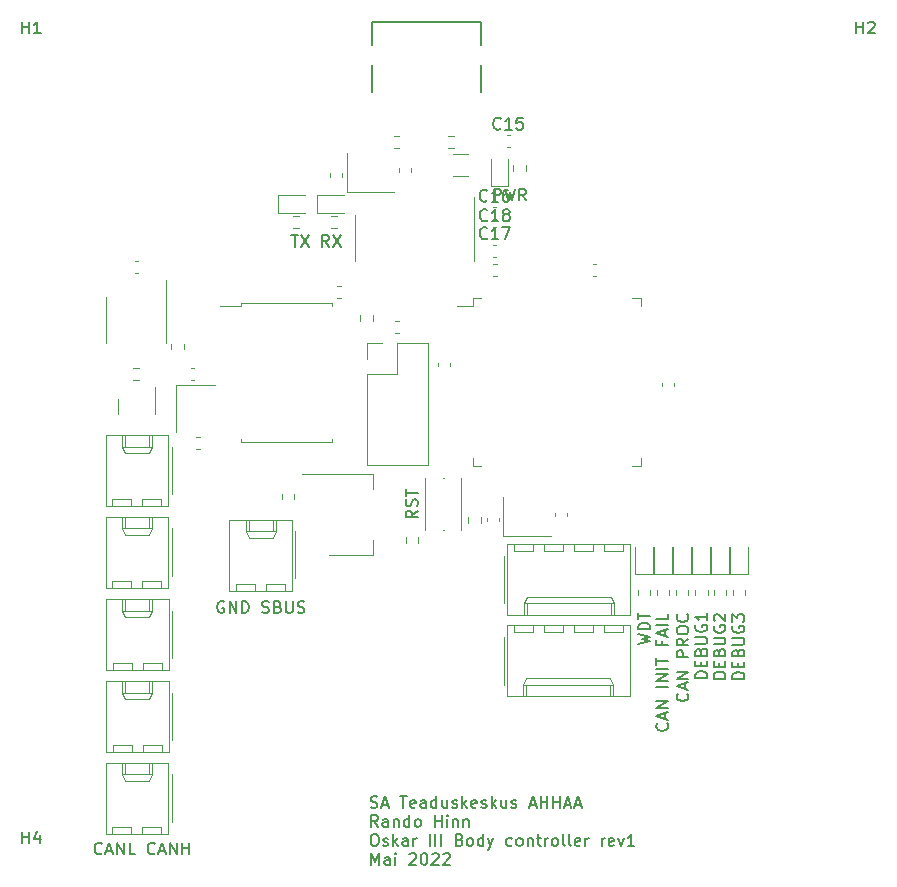
<source format=gbr>
%TF.GenerationSoftware,KiCad,Pcbnew,6.0.4-6f826c9f35~116~ubuntu20.04.1*%
%TF.CreationDate,2022-05-19T11:10:30+03:00*%
%TF.ProjectId,oskar_body_rev1,6f736b61-725f-4626-9f64-795f72657631,rev?*%
%TF.SameCoordinates,Original*%
%TF.FileFunction,Legend,Top*%
%TF.FilePolarity,Positive*%
%FSLAX46Y46*%
G04 Gerber Fmt 4.6, Leading zero omitted, Abs format (unit mm)*
G04 Created by KiCad (PCBNEW 6.0.4-6f826c9f35~116~ubuntu20.04.1) date 2022-05-19 11:10:30*
%MOMM*%
%LPD*%
G01*
G04 APERTURE LIST*
%ADD10C,0.150000*%
%ADD11C,0.120000*%
G04 APERTURE END LIST*
D10*
X97591952Y-81415000D02*
X97496714Y-81367380D01*
X97353857Y-81367380D01*
X97211000Y-81415000D01*
X97115761Y-81510238D01*
X97068142Y-81605476D01*
X97020523Y-81795952D01*
X97020523Y-81938809D01*
X97068142Y-82129285D01*
X97115761Y-82224523D01*
X97211000Y-82319761D01*
X97353857Y-82367380D01*
X97449095Y-82367380D01*
X97591952Y-82319761D01*
X97639571Y-82272142D01*
X97639571Y-81938809D01*
X97449095Y-81938809D01*
X98068142Y-82367380D02*
X98068142Y-81367380D01*
X98639571Y-82367380D01*
X98639571Y-81367380D01*
X99115761Y-82367380D02*
X99115761Y-81367380D01*
X99353857Y-81367380D01*
X99496714Y-81415000D01*
X99591952Y-81510238D01*
X99639571Y-81605476D01*
X99687190Y-81795952D01*
X99687190Y-81938809D01*
X99639571Y-82129285D01*
X99591952Y-82224523D01*
X99496714Y-82319761D01*
X99353857Y-82367380D01*
X99115761Y-82367380D01*
X100830047Y-82319761D02*
X100972904Y-82367380D01*
X101211000Y-82367380D01*
X101306238Y-82319761D01*
X101353857Y-82272142D01*
X101401476Y-82176904D01*
X101401476Y-82081666D01*
X101353857Y-81986428D01*
X101306238Y-81938809D01*
X101211000Y-81891190D01*
X101020523Y-81843571D01*
X100925285Y-81795952D01*
X100877666Y-81748333D01*
X100830047Y-81653095D01*
X100830047Y-81557857D01*
X100877666Y-81462619D01*
X100925285Y-81415000D01*
X101020523Y-81367380D01*
X101258619Y-81367380D01*
X101401476Y-81415000D01*
X102163380Y-81843571D02*
X102306238Y-81891190D01*
X102353857Y-81938809D01*
X102401476Y-82034047D01*
X102401476Y-82176904D01*
X102353857Y-82272142D01*
X102306238Y-82319761D01*
X102211000Y-82367380D01*
X101830047Y-82367380D01*
X101830047Y-81367380D01*
X102163380Y-81367380D01*
X102258619Y-81415000D01*
X102306238Y-81462619D01*
X102353857Y-81557857D01*
X102353857Y-81653095D01*
X102306238Y-81748333D01*
X102258619Y-81795952D01*
X102163380Y-81843571D01*
X101830047Y-81843571D01*
X102830047Y-81367380D02*
X102830047Y-82176904D01*
X102877666Y-82272142D01*
X102925285Y-82319761D01*
X103020523Y-82367380D01*
X103211000Y-82367380D01*
X103306238Y-82319761D01*
X103353857Y-82272142D01*
X103401476Y-82176904D01*
X103401476Y-81367380D01*
X103830047Y-82319761D02*
X103972904Y-82367380D01*
X104211000Y-82367380D01*
X104306238Y-82319761D01*
X104353857Y-82272142D01*
X104401476Y-82176904D01*
X104401476Y-82081666D01*
X104353857Y-81986428D01*
X104306238Y-81938809D01*
X104211000Y-81891190D01*
X104020523Y-81843571D01*
X103925285Y-81795952D01*
X103877666Y-81748333D01*
X103830047Y-81653095D01*
X103830047Y-81557857D01*
X103877666Y-81462619D01*
X103925285Y-81415000D01*
X104020523Y-81367380D01*
X104258619Y-81367380D01*
X104401476Y-81415000D01*
X110015976Y-98827761D02*
X110158833Y-98875380D01*
X110396928Y-98875380D01*
X110492166Y-98827761D01*
X110539785Y-98780142D01*
X110587404Y-98684904D01*
X110587404Y-98589666D01*
X110539785Y-98494428D01*
X110492166Y-98446809D01*
X110396928Y-98399190D01*
X110206452Y-98351571D01*
X110111214Y-98303952D01*
X110063595Y-98256333D01*
X110015976Y-98161095D01*
X110015976Y-98065857D01*
X110063595Y-97970619D01*
X110111214Y-97923000D01*
X110206452Y-97875380D01*
X110444547Y-97875380D01*
X110587404Y-97923000D01*
X110968357Y-98589666D02*
X111444547Y-98589666D01*
X110873119Y-98875380D02*
X111206452Y-97875380D01*
X111539785Y-98875380D01*
X112492166Y-97875380D02*
X113063595Y-97875380D01*
X112777880Y-98875380D02*
X112777880Y-97875380D01*
X113777880Y-98827761D02*
X113682642Y-98875380D01*
X113492166Y-98875380D01*
X113396928Y-98827761D01*
X113349309Y-98732523D01*
X113349309Y-98351571D01*
X113396928Y-98256333D01*
X113492166Y-98208714D01*
X113682642Y-98208714D01*
X113777880Y-98256333D01*
X113825500Y-98351571D01*
X113825500Y-98446809D01*
X113349309Y-98542047D01*
X114682642Y-98875380D02*
X114682642Y-98351571D01*
X114635023Y-98256333D01*
X114539785Y-98208714D01*
X114349309Y-98208714D01*
X114254071Y-98256333D01*
X114682642Y-98827761D02*
X114587404Y-98875380D01*
X114349309Y-98875380D01*
X114254071Y-98827761D01*
X114206452Y-98732523D01*
X114206452Y-98637285D01*
X114254071Y-98542047D01*
X114349309Y-98494428D01*
X114587404Y-98494428D01*
X114682642Y-98446809D01*
X115587404Y-98875380D02*
X115587404Y-97875380D01*
X115587404Y-98827761D02*
X115492166Y-98875380D01*
X115301690Y-98875380D01*
X115206452Y-98827761D01*
X115158833Y-98780142D01*
X115111214Y-98684904D01*
X115111214Y-98399190D01*
X115158833Y-98303952D01*
X115206452Y-98256333D01*
X115301690Y-98208714D01*
X115492166Y-98208714D01*
X115587404Y-98256333D01*
X116492166Y-98208714D02*
X116492166Y-98875380D01*
X116063595Y-98208714D02*
X116063595Y-98732523D01*
X116111214Y-98827761D01*
X116206452Y-98875380D01*
X116349309Y-98875380D01*
X116444547Y-98827761D01*
X116492166Y-98780142D01*
X116920738Y-98827761D02*
X117015976Y-98875380D01*
X117206452Y-98875380D01*
X117301690Y-98827761D01*
X117349309Y-98732523D01*
X117349309Y-98684904D01*
X117301690Y-98589666D01*
X117206452Y-98542047D01*
X117063595Y-98542047D01*
X116968357Y-98494428D01*
X116920738Y-98399190D01*
X116920738Y-98351571D01*
X116968357Y-98256333D01*
X117063595Y-98208714D01*
X117206452Y-98208714D01*
X117301690Y-98256333D01*
X117777880Y-98875380D02*
X117777880Y-97875380D01*
X117873119Y-98494428D02*
X118158833Y-98875380D01*
X118158833Y-98208714D02*
X117777880Y-98589666D01*
X118968357Y-98827761D02*
X118873119Y-98875380D01*
X118682642Y-98875380D01*
X118587404Y-98827761D01*
X118539785Y-98732523D01*
X118539785Y-98351571D01*
X118587404Y-98256333D01*
X118682642Y-98208714D01*
X118873119Y-98208714D01*
X118968357Y-98256333D01*
X119015976Y-98351571D01*
X119015976Y-98446809D01*
X118539785Y-98542047D01*
X119396928Y-98827761D02*
X119492166Y-98875380D01*
X119682642Y-98875380D01*
X119777880Y-98827761D01*
X119825500Y-98732523D01*
X119825500Y-98684904D01*
X119777880Y-98589666D01*
X119682642Y-98542047D01*
X119539785Y-98542047D01*
X119444547Y-98494428D01*
X119396928Y-98399190D01*
X119396928Y-98351571D01*
X119444547Y-98256333D01*
X119539785Y-98208714D01*
X119682642Y-98208714D01*
X119777880Y-98256333D01*
X120254071Y-98875380D02*
X120254071Y-97875380D01*
X120349309Y-98494428D02*
X120635023Y-98875380D01*
X120635023Y-98208714D02*
X120254071Y-98589666D01*
X121492166Y-98208714D02*
X121492166Y-98875380D01*
X121063595Y-98208714D02*
X121063595Y-98732523D01*
X121111214Y-98827761D01*
X121206452Y-98875380D01*
X121349309Y-98875380D01*
X121444547Y-98827761D01*
X121492166Y-98780142D01*
X121920738Y-98827761D02*
X122015976Y-98875380D01*
X122206452Y-98875380D01*
X122301690Y-98827761D01*
X122349309Y-98732523D01*
X122349309Y-98684904D01*
X122301690Y-98589666D01*
X122206452Y-98542047D01*
X122063595Y-98542047D01*
X121968357Y-98494428D01*
X121920738Y-98399190D01*
X121920738Y-98351571D01*
X121968357Y-98256333D01*
X122063595Y-98208714D01*
X122206452Y-98208714D01*
X122301690Y-98256333D01*
X123492166Y-98589666D02*
X123968357Y-98589666D01*
X123396928Y-98875380D02*
X123730261Y-97875380D01*
X124063595Y-98875380D01*
X124396928Y-98875380D02*
X124396928Y-97875380D01*
X124396928Y-98351571D02*
X124968357Y-98351571D01*
X124968357Y-98875380D02*
X124968357Y-97875380D01*
X125444547Y-98875380D02*
X125444547Y-97875380D01*
X125444547Y-98351571D02*
X126015976Y-98351571D01*
X126015976Y-98875380D02*
X126015976Y-97875380D01*
X126444547Y-98589666D02*
X126920738Y-98589666D01*
X126349309Y-98875380D02*
X126682642Y-97875380D01*
X127015976Y-98875380D01*
X127301690Y-98589666D02*
X127777880Y-98589666D01*
X127206452Y-98875380D02*
X127539785Y-97875380D01*
X127873119Y-98875380D01*
X110635023Y-100485380D02*
X110301690Y-100009190D01*
X110063595Y-100485380D02*
X110063595Y-99485380D01*
X110444547Y-99485380D01*
X110539785Y-99533000D01*
X110587404Y-99580619D01*
X110635023Y-99675857D01*
X110635023Y-99818714D01*
X110587404Y-99913952D01*
X110539785Y-99961571D01*
X110444547Y-100009190D01*
X110063595Y-100009190D01*
X111492166Y-100485380D02*
X111492166Y-99961571D01*
X111444547Y-99866333D01*
X111349309Y-99818714D01*
X111158833Y-99818714D01*
X111063595Y-99866333D01*
X111492166Y-100437761D02*
X111396928Y-100485380D01*
X111158833Y-100485380D01*
X111063595Y-100437761D01*
X111015976Y-100342523D01*
X111015976Y-100247285D01*
X111063595Y-100152047D01*
X111158833Y-100104428D01*
X111396928Y-100104428D01*
X111492166Y-100056809D01*
X111968357Y-99818714D02*
X111968357Y-100485380D01*
X111968357Y-99913952D02*
X112015976Y-99866333D01*
X112111214Y-99818714D01*
X112254071Y-99818714D01*
X112349309Y-99866333D01*
X112396928Y-99961571D01*
X112396928Y-100485380D01*
X113301690Y-100485380D02*
X113301690Y-99485380D01*
X113301690Y-100437761D02*
X113206452Y-100485380D01*
X113015976Y-100485380D01*
X112920738Y-100437761D01*
X112873119Y-100390142D01*
X112825500Y-100294904D01*
X112825500Y-100009190D01*
X112873119Y-99913952D01*
X112920738Y-99866333D01*
X113015976Y-99818714D01*
X113206452Y-99818714D01*
X113301690Y-99866333D01*
X113920738Y-100485380D02*
X113825500Y-100437761D01*
X113777880Y-100390142D01*
X113730261Y-100294904D01*
X113730261Y-100009190D01*
X113777880Y-99913952D01*
X113825500Y-99866333D01*
X113920738Y-99818714D01*
X114063595Y-99818714D01*
X114158833Y-99866333D01*
X114206452Y-99913952D01*
X114254071Y-100009190D01*
X114254071Y-100294904D01*
X114206452Y-100390142D01*
X114158833Y-100437761D01*
X114063595Y-100485380D01*
X113920738Y-100485380D01*
X115444547Y-100485380D02*
X115444547Y-99485380D01*
X115444547Y-99961571D02*
X116015976Y-99961571D01*
X116015976Y-100485380D02*
X116015976Y-99485380D01*
X116492166Y-100485380D02*
X116492166Y-99818714D01*
X116492166Y-99485380D02*
X116444547Y-99533000D01*
X116492166Y-99580619D01*
X116539785Y-99533000D01*
X116492166Y-99485380D01*
X116492166Y-99580619D01*
X116968357Y-99818714D02*
X116968357Y-100485380D01*
X116968357Y-99913952D02*
X117015976Y-99866333D01*
X117111214Y-99818714D01*
X117254071Y-99818714D01*
X117349309Y-99866333D01*
X117396928Y-99961571D01*
X117396928Y-100485380D01*
X117873119Y-99818714D02*
X117873119Y-100485380D01*
X117873119Y-99913952D02*
X117920738Y-99866333D01*
X118015976Y-99818714D01*
X118158833Y-99818714D01*
X118254071Y-99866333D01*
X118301690Y-99961571D01*
X118301690Y-100485380D01*
X110254071Y-101095380D02*
X110444547Y-101095380D01*
X110539785Y-101143000D01*
X110635023Y-101238238D01*
X110682642Y-101428714D01*
X110682642Y-101762047D01*
X110635023Y-101952523D01*
X110539785Y-102047761D01*
X110444547Y-102095380D01*
X110254071Y-102095380D01*
X110158833Y-102047761D01*
X110063595Y-101952523D01*
X110015976Y-101762047D01*
X110015976Y-101428714D01*
X110063595Y-101238238D01*
X110158833Y-101143000D01*
X110254071Y-101095380D01*
X111063595Y-102047761D02*
X111158833Y-102095380D01*
X111349309Y-102095380D01*
X111444547Y-102047761D01*
X111492166Y-101952523D01*
X111492166Y-101904904D01*
X111444547Y-101809666D01*
X111349309Y-101762047D01*
X111206452Y-101762047D01*
X111111214Y-101714428D01*
X111063595Y-101619190D01*
X111063595Y-101571571D01*
X111111214Y-101476333D01*
X111206452Y-101428714D01*
X111349309Y-101428714D01*
X111444547Y-101476333D01*
X111920738Y-102095380D02*
X111920738Y-101095380D01*
X112015976Y-101714428D02*
X112301690Y-102095380D01*
X112301690Y-101428714D02*
X111920738Y-101809666D01*
X113158833Y-102095380D02*
X113158833Y-101571571D01*
X113111214Y-101476333D01*
X113015976Y-101428714D01*
X112825500Y-101428714D01*
X112730261Y-101476333D01*
X113158833Y-102047761D02*
X113063595Y-102095380D01*
X112825500Y-102095380D01*
X112730261Y-102047761D01*
X112682642Y-101952523D01*
X112682642Y-101857285D01*
X112730261Y-101762047D01*
X112825500Y-101714428D01*
X113063595Y-101714428D01*
X113158833Y-101666809D01*
X113635023Y-102095380D02*
X113635023Y-101428714D01*
X113635023Y-101619190D02*
X113682642Y-101523952D01*
X113730261Y-101476333D01*
X113825500Y-101428714D01*
X113920738Y-101428714D01*
X115015976Y-102095380D02*
X115015976Y-101095380D01*
X115492166Y-102095380D02*
X115492166Y-101095380D01*
X115968357Y-102095380D02*
X115968357Y-101095380D01*
X117539785Y-101571571D02*
X117682642Y-101619190D01*
X117730261Y-101666809D01*
X117777880Y-101762047D01*
X117777880Y-101904904D01*
X117730261Y-102000142D01*
X117682642Y-102047761D01*
X117587404Y-102095380D01*
X117206452Y-102095380D01*
X117206452Y-101095380D01*
X117539785Y-101095380D01*
X117635023Y-101143000D01*
X117682642Y-101190619D01*
X117730261Y-101285857D01*
X117730261Y-101381095D01*
X117682642Y-101476333D01*
X117635023Y-101523952D01*
X117539785Y-101571571D01*
X117206452Y-101571571D01*
X118349309Y-102095380D02*
X118254071Y-102047761D01*
X118206452Y-102000142D01*
X118158833Y-101904904D01*
X118158833Y-101619190D01*
X118206452Y-101523952D01*
X118254071Y-101476333D01*
X118349309Y-101428714D01*
X118492166Y-101428714D01*
X118587404Y-101476333D01*
X118635023Y-101523952D01*
X118682642Y-101619190D01*
X118682642Y-101904904D01*
X118635023Y-102000142D01*
X118587404Y-102047761D01*
X118492166Y-102095380D01*
X118349309Y-102095380D01*
X119539785Y-102095380D02*
X119539785Y-101095380D01*
X119539785Y-102047761D02*
X119444547Y-102095380D01*
X119254071Y-102095380D01*
X119158833Y-102047761D01*
X119111214Y-102000142D01*
X119063595Y-101904904D01*
X119063595Y-101619190D01*
X119111214Y-101523952D01*
X119158833Y-101476333D01*
X119254071Y-101428714D01*
X119444547Y-101428714D01*
X119539785Y-101476333D01*
X119920738Y-101428714D02*
X120158833Y-102095380D01*
X120396928Y-101428714D02*
X120158833Y-102095380D01*
X120063595Y-102333476D01*
X120015976Y-102381095D01*
X119920738Y-102428714D01*
X121968357Y-102047761D02*
X121873119Y-102095380D01*
X121682642Y-102095380D01*
X121587404Y-102047761D01*
X121539785Y-102000142D01*
X121492166Y-101904904D01*
X121492166Y-101619190D01*
X121539785Y-101523952D01*
X121587404Y-101476333D01*
X121682642Y-101428714D01*
X121873119Y-101428714D01*
X121968357Y-101476333D01*
X122539785Y-102095380D02*
X122444547Y-102047761D01*
X122396928Y-102000142D01*
X122349309Y-101904904D01*
X122349309Y-101619190D01*
X122396928Y-101523952D01*
X122444547Y-101476333D01*
X122539785Y-101428714D01*
X122682642Y-101428714D01*
X122777880Y-101476333D01*
X122825500Y-101523952D01*
X122873119Y-101619190D01*
X122873119Y-101904904D01*
X122825500Y-102000142D01*
X122777880Y-102047761D01*
X122682642Y-102095380D01*
X122539785Y-102095380D01*
X123301690Y-101428714D02*
X123301690Y-102095380D01*
X123301690Y-101523952D02*
X123349309Y-101476333D01*
X123444547Y-101428714D01*
X123587404Y-101428714D01*
X123682642Y-101476333D01*
X123730261Y-101571571D01*
X123730261Y-102095380D01*
X124063595Y-101428714D02*
X124444547Y-101428714D01*
X124206452Y-101095380D02*
X124206452Y-101952523D01*
X124254071Y-102047761D01*
X124349309Y-102095380D01*
X124444547Y-102095380D01*
X124777880Y-102095380D02*
X124777880Y-101428714D01*
X124777880Y-101619190D02*
X124825500Y-101523952D01*
X124873119Y-101476333D01*
X124968357Y-101428714D01*
X125063595Y-101428714D01*
X125539785Y-102095380D02*
X125444547Y-102047761D01*
X125396928Y-102000142D01*
X125349309Y-101904904D01*
X125349309Y-101619190D01*
X125396928Y-101523952D01*
X125444547Y-101476333D01*
X125539785Y-101428714D01*
X125682642Y-101428714D01*
X125777880Y-101476333D01*
X125825500Y-101523952D01*
X125873119Y-101619190D01*
X125873119Y-101904904D01*
X125825500Y-102000142D01*
X125777880Y-102047761D01*
X125682642Y-102095380D01*
X125539785Y-102095380D01*
X126444547Y-102095380D02*
X126349309Y-102047761D01*
X126301690Y-101952523D01*
X126301690Y-101095380D01*
X126968357Y-102095380D02*
X126873119Y-102047761D01*
X126825500Y-101952523D01*
X126825500Y-101095380D01*
X127730261Y-102047761D02*
X127635023Y-102095380D01*
X127444547Y-102095380D01*
X127349309Y-102047761D01*
X127301690Y-101952523D01*
X127301690Y-101571571D01*
X127349309Y-101476333D01*
X127444547Y-101428714D01*
X127635023Y-101428714D01*
X127730261Y-101476333D01*
X127777880Y-101571571D01*
X127777880Y-101666809D01*
X127301690Y-101762047D01*
X128206452Y-102095380D02*
X128206452Y-101428714D01*
X128206452Y-101619190D02*
X128254071Y-101523952D01*
X128301690Y-101476333D01*
X128396928Y-101428714D01*
X128492166Y-101428714D01*
X129587404Y-102095380D02*
X129587404Y-101428714D01*
X129587404Y-101619190D02*
X129635023Y-101523952D01*
X129682642Y-101476333D01*
X129777880Y-101428714D01*
X129873119Y-101428714D01*
X130587404Y-102047761D02*
X130492166Y-102095380D01*
X130301690Y-102095380D01*
X130206452Y-102047761D01*
X130158833Y-101952523D01*
X130158833Y-101571571D01*
X130206452Y-101476333D01*
X130301690Y-101428714D01*
X130492166Y-101428714D01*
X130587404Y-101476333D01*
X130635023Y-101571571D01*
X130635023Y-101666809D01*
X130158833Y-101762047D01*
X130968357Y-101428714D02*
X131206452Y-102095380D01*
X131444547Y-101428714D01*
X132349309Y-102095380D02*
X131777880Y-102095380D01*
X132063595Y-102095380D02*
X132063595Y-101095380D01*
X131968357Y-101238238D01*
X131873119Y-101333476D01*
X131777880Y-101381095D01*
X110063595Y-103705380D02*
X110063595Y-102705380D01*
X110396928Y-103419666D01*
X110730261Y-102705380D01*
X110730261Y-103705380D01*
X111635023Y-103705380D02*
X111635023Y-103181571D01*
X111587404Y-103086333D01*
X111492166Y-103038714D01*
X111301690Y-103038714D01*
X111206452Y-103086333D01*
X111635023Y-103657761D02*
X111539785Y-103705380D01*
X111301690Y-103705380D01*
X111206452Y-103657761D01*
X111158833Y-103562523D01*
X111158833Y-103467285D01*
X111206452Y-103372047D01*
X111301690Y-103324428D01*
X111539785Y-103324428D01*
X111635023Y-103276809D01*
X112111214Y-103705380D02*
X112111214Y-103038714D01*
X112111214Y-102705380D02*
X112063595Y-102753000D01*
X112111214Y-102800619D01*
X112158833Y-102753000D01*
X112111214Y-102705380D01*
X112111214Y-102800619D01*
X113301690Y-102800619D02*
X113349309Y-102753000D01*
X113444547Y-102705380D01*
X113682642Y-102705380D01*
X113777880Y-102753000D01*
X113825500Y-102800619D01*
X113873119Y-102895857D01*
X113873119Y-102991095D01*
X113825500Y-103133952D01*
X113254071Y-103705380D01*
X113873119Y-103705380D01*
X114492166Y-102705380D02*
X114587404Y-102705380D01*
X114682642Y-102753000D01*
X114730261Y-102800619D01*
X114777880Y-102895857D01*
X114825500Y-103086333D01*
X114825500Y-103324428D01*
X114777880Y-103514904D01*
X114730261Y-103610142D01*
X114682642Y-103657761D01*
X114587404Y-103705380D01*
X114492166Y-103705380D01*
X114396928Y-103657761D01*
X114349309Y-103610142D01*
X114301690Y-103514904D01*
X114254071Y-103324428D01*
X114254071Y-103086333D01*
X114301690Y-102895857D01*
X114349309Y-102800619D01*
X114396928Y-102753000D01*
X114492166Y-102705380D01*
X115206452Y-102800619D02*
X115254071Y-102753000D01*
X115349309Y-102705380D01*
X115587404Y-102705380D01*
X115682642Y-102753000D01*
X115730261Y-102800619D01*
X115777880Y-102895857D01*
X115777880Y-102991095D01*
X115730261Y-103133952D01*
X115158833Y-103705380D01*
X115777880Y-103705380D01*
X116158833Y-102800619D02*
X116206452Y-102753000D01*
X116301690Y-102705380D01*
X116539785Y-102705380D01*
X116635023Y-102753000D01*
X116682642Y-102800619D01*
X116730261Y-102895857D01*
X116730261Y-102991095D01*
X116682642Y-103133952D01*
X116111214Y-103705380D01*
X116730261Y-103705380D01*
X103290952Y-50347880D02*
X103862380Y-50347880D01*
X103576666Y-51347880D02*
X103576666Y-50347880D01*
X104100476Y-50347880D02*
X104767142Y-51347880D01*
X104767142Y-50347880D02*
X104100476Y-51347880D01*
X106481428Y-51347880D02*
X106148095Y-50871690D01*
X105910000Y-51347880D02*
X105910000Y-50347880D01*
X106290952Y-50347880D01*
X106386190Y-50395500D01*
X106433809Y-50443119D01*
X106481428Y-50538357D01*
X106481428Y-50681214D01*
X106433809Y-50776452D01*
X106386190Y-50824071D01*
X106290952Y-50871690D01*
X105910000Y-50871690D01*
X106814761Y-50347880D02*
X107481428Y-51347880D01*
X107481428Y-50347880D02*
X106814761Y-51347880D01*
X113990380Y-73699619D02*
X113514190Y-74032952D01*
X113990380Y-74271047D02*
X112990380Y-74271047D01*
X112990380Y-73890095D01*
X113038000Y-73794857D01*
X113085619Y-73747238D01*
X113180857Y-73699619D01*
X113323714Y-73699619D01*
X113418952Y-73747238D01*
X113466571Y-73794857D01*
X113514190Y-73890095D01*
X113514190Y-74271047D01*
X113942761Y-73318666D02*
X113990380Y-73175809D01*
X113990380Y-72937714D01*
X113942761Y-72842476D01*
X113895142Y-72794857D01*
X113799904Y-72747238D01*
X113704666Y-72747238D01*
X113609428Y-72794857D01*
X113561809Y-72842476D01*
X113514190Y-72937714D01*
X113466571Y-73128190D01*
X113418952Y-73223428D01*
X113371333Y-73271047D01*
X113276095Y-73318666D01*
X113180857Y-73318666D01*
X113085619Y-73271047D01*
X113038000Y-73223428D01*
X112990380Y-73128190D01*
X112990380Y-72890095D01*
X113038000Y-72747238D01*
X112990380Y-72461523D02*
X112990380Y-71890095D01*
X113990380Y-72175809D02*
X112990380Y-72175809D01*
X87273238Y-102719142D02*
X87225619Y-102766761D01*
X87082761Y-102814380D01*
X86987523Y-102814380D01*
X86844666Y-102766761D01*
X86749428Y-102671523D01*
X86701809Y-102576285D01*
X86654190Y-102385809D01*
X86654190Y-102242952D01*
X86701809Y-102052476D01*
X86749428Y-101957238D01*
X86844666Y-101862000D01*
X86987523Y-101814380D01*
X87082761Y-101814380D01*
X87225619Y-101862000D01*
X87273238Y-101909619D01*
X87654190Y-102528666D02*
X88130380Y-102528666D01*
X87558952Y-102814380D02*
X87892285Y-101814380D01*
X88225619Y-102814380D01*
X88558952Y-102814380D02*
X88558952Y-101814380D01*
X89130380Y-102814380D01*
X89130380Y-101814380D01*
X90082761Y-102814380D02*
X89606571Y-102814380D01*
X89606571Y-101814380D01*
X91749428Y-102719142D02*
X91701809Y-102766761D01*
X91558952Y-102814380D01*
X91463714Y-102814380D01*
X91320857Y-102766761D01*
X91225619Y-102671523D01*
X91178000Y-102576285D01*
X91130380Y-102385809D01*
X91130380Y-102242952D01*
X91178000Y-102052476D01*
X91225619Y-101957238D01*
X91320857Y-101862000D01*
X91463714Y-101814380D01*
X91558952Y-101814380D01*
X91701809Y-101862000D01*
X91749428Y-101909619D01*
X92130380Y-102528666D02*
X92606571Y-102528666D01*
X92035142Y-102814380D02*
X92368476Y-101814380D01*
X92701809Y-102814380D01*
X93035142Y-102814380D02*
X93035142Y-101814380D01*
X93606571Y-102814380D01*
X93606571Y-101814380D01*
X94082761Y-102814380D02*
X94082761Y-101814380D01*
X94082761Y-102290571D02*
X94654190Y-102290571D01*
X94654190Y-102814380D02*
X94654190Y-101814380D01*
X120459666Y-47442380D02*
X120459666Y-46442380D01*
X120840619Y-46442380D01*
X120935857Y-46490000D01*
X120983476Y-46537619D01*
X121031095Y-46632857D01*
X121031095Y-46775714D01*
X120983476Y-46870952D01*
X120935857Y-46918571D01*
X120840619Y-46966190D01*
X120459666Y-46966190D01*
X121364428Y-46442380D02*
X121602523Y-47442380D01*
X121793000Y-46728095D01*
X121983476Y-47442380D01*
X122221571Y-46442380D01*
X123173952Y-47442380D02*
X122840619Y-46966190D01*
X122602523Y-47442380D02*
X122602523Y-46442380D01*
X122983476Y-46442380D01*
X123078714Y-46490000D01*
X123126333Y-46537619D01*
X123173952Y-46632857D01*
X123173952Y-46775714D01*
X123126333Y-46870952D01*
X123078714Y-46918571D01*
X122983476Y-46966190D01*
X122602523Y-46966190D01*
X141650980Y-87956685D02*
X140650980Y-87956685D01*
X140650980Y-87718590D01*
X140698600Y-87575733D01*
X140793838Y-87480495D01*
X140889076Y-87432876D01*
X141079552Y-87385257D01*
X141222409Y-87385257D01*
X141412885Y-87432876D01*
X141508123Y-87480495D01*
X141603361Y-87575733D01*
X141650980Y-87718590D01*
X141650980Y-87956685D01*
X141127171Y-86956685D02*
X141127171Y-86623352D01*
X141650980Y-86480495D02*
X141650980Y-86956685D01*
X140650980Y-86956685D01*
X140650980Y-86480495D01*
X141127171Y-85718590D02*
X141174790Y-85575733D01*
X141222409Y-85528114D01*
X141317647Y-85480495D01*
X141460504Y-85480495D01*
X141555742Y-85528114D01*
X141603361Y-85575733D01*
X141650980Y-85670971D01*
X141650980Y-86051923D01*
X140650980Y-86051923D01*
X140650980Y-85718590D01*
X140698600Y-85623352D01*
X140746219Y-85575733D01*
X140841457Y-85528114D01*
X140936695Y-85528114D01*
X141031933Y-85575733D01*
X141079552Y-85623352D01*
X141127171Y-85718590D01*
X141127171Y-86051923D01*
X140650980Y-85051923D02*
X141460504Y-85051923D01*
X141555742Y-85004304D01*
X141603361Y-84956685D01*
X141650980Y-84861447D01*
X141650980Y-84670971D01*
X141603361Y-84575733D01*
X141555742Y-84528114D01*
X141460504Y-84480495D01*
X140650980Y-84480495D01*
X140698600Y-83480495D02*
X140650980Y-83575733D01*
X140650980Y-83718590D01*
X140698600Y-83861447D01*
X140793838Y-83956685D01*
X140889076Y-84004304D01*
X141079552Y-84051923D01*
X141222409Y-84051923D01*
X141412885Y-84004304D01*
X141508123Y-83956685D01*
X141603361Y-83861447D01*
X141650980Y-83718590D01*
X141650980Y-83623352D01*
X141603361Y-83480495D01*
X141555742Y-83432876D01*
X141222409Y-83432876D01*
X141222409Y-83623352D01*
X140650980Y-83099542D02*
X140650980Y-82480495D01*
X141031933Y-82813828D01*
X141031933Y-82670971D01*
X141079552Y-82575733D01*
X141127171Y-82528114D01*
X141222409Y-82480495D01*
X141460504Y-82480495D01*
X141555742Y-82528114D01*
X141603361Y-82575733D01*
X141650980Y-82670971D01*
X141650980Y-82956685D01*
X141603361Y-83051923D01*
X141555742Y-83099542D01*
X140050780Y-87931285D02*
X139050780Y-87931285D01*
X139050780Y-87693190D01*
X139098400Y-87550333D01*
X139193638Y-87455095D01*
X139288876Y-87407476D01*
X139479352Y-87359857D01*
X139622209Y-87359857D01*
X139812685Y-87407476D01*
X139907923Y-87455095D01*
X140003161Y-87550333D01*
X140050780Y-87693190D01*
X140050780Y-87931285D01*
X139526971Y-86931285D02*
X139526971Y-86597952D01*
X140050780Y-86455095D02*
X140050780Y-86931285D01*
X139050780Y-86931285D01*
X139050780Y-86455095D01*
X139526971Y-85693190D02*
X139574590Y-85550333D01*
X139622209Y-85502714D01*
X139717447Y-85455095D01*
X139860304Y-85455095D01*
X139955542Y-85502714D01*
X140003161Y-85550333D01*
X140050780Y-85645571D01*
X140050780Y-86026523D01*
X139050780Y-86026523D01*
X139050780Y-85693190D01*
X139098400Y-85597952D01*
X139146019Y-85550333D01*
X139241257Y-85502714D01*
X139336495Y-85502714D01*
X139431733Y-85550333D01*
X139479352Y-85597952D01*
X139526971Y-85693190D01*
X139526971Y-86026523D01*
X139050780Y-85026523D02*
X139860304Y-85026523D01*
X139955542Y-84978904D01*
X140003161Y-84931285D01*
X140050780Y-84836047D01*
X140050780Y-84645571D01*
X140003161Y-84550333D01*
X139955542Y-84502714D01*
X139860304Y-84455095D01*
X139050780Y-84455095D01*
X139098400Y-83455095D02*
X139050780Y-83550333D01*
X139050780Y-83693190D01*
X139098400Y-83836047D01*
X139193638Y-83931285D01*
X139288876Y-83978904D01*
X139479352Y-84026523D01*
X139622209Y-84026523D01*
X139812685Y-83978904D01*
X139907923Y-83931285D01*
X140003161Y-83836047D01*
X140050780Y-83693190D01*
X140050780Y-83597952D01*
X140003161Y-83455095D01*
X139955542Y-83407476D01*
X139622209Y-83407476D01*
X139622209Y-83597952D01*
X139146019Y-83026523D02*
X139098400Y-82978904D01*
X139050780Y-82883666D01*
X139050780Y-82645571D01*
X139098400Y-82550333D01*
X139146019Y-82502714D01*
X139241257Y-82455095D01*
X139336495Y-82455095D01*
X139479352Y-82502714D01*
X140050780Y-83074142D01*
X140050780Y-82455095D01*
X138501380Y-87880485D02*
X137501380Y-87880485D01*
X137501380Y-87642390D01*
X137549000Y-87499533D01*
X137644238Y-87404295D01*
X137739476Y-87356676D01*
X137929952Y-87309057D01*
X138072809Y-87309057D01*
X138263285Y-87356676D01*
X138358523Y-87404295D01*
X138453761Y-87499533D01*
X138501380Y-87642390D01*
X138501380Y-87880485D01*
X137977571Y-86880485D02*
X137977571Y-86547152D01*
X138501380Y-86404295D02*
X138501380Y-86880485D01*
X137501380Y-86880485D01*
X137501380Y-86404295D01*
X137977571Y-85642390D02*
X138025190Y-85499533D01*
X138072809Y-85451914D01*
X138168047Y-85404295D01*
X138310904Y-85404295D01*
X138406142Y-85451914D01*
X138453761Y-85499533D01*
X138501380Y-85594771D01*
X138501380Y-85975723D01*
X137501380Y-85975723D01*
X137501380Y-85642390D01*
X137549000Y-85547152D01*
X137596619Y-85499533D01*
X137691857Y-85451914D01*
X137787095Y-85451914D01*
X137882333Y-85499533D01*
X137929952Y-85547152D01*
X137977571Y-85642390D01*
X137977571Y-85975723D01*
X137501380Y-84975723D02*
X138310904Y-84975723D01*
X138406142Y-84928104D01*
X138453761Y-84880485D01*
X138501380Y-84785247D01*
X138501380Y-84594771D01*
X138453761Y-84499533D01*
X138406142Y-84451914D01*
X138310904Y-84404295D01*
X137501380Y-84404295D01*
X137549000Y-83404295D02*
X137501380Y-83499533D01*
X137501380Y-83642390D01*
X137549000Y-83785247D01*
X137644238Y-83880485D01*
X137739476Y-83928104D01*
X137929952Y-83975723D01*
X138072809Y-83975723D01*
X138263285Y-83928104D01*
X138358523Y-83880485D01*
X138453761Y-83785247D01*
X138501380Y-83642390D01*
X138501380Y-83547152D01*
X138453761Y-83404295D01*
X138406142Y-83356676D01*
X138072809Y-83356676D01*
X138072809Y-83547152D01*
X138501380Y-82404295D02*
X138501380Y-82975723D01*
X138501380Y-82690009D02*
X137501380Y-82690009D01*
X137644238Y-82785247D01*
X137739476Y-82880485D01*
X137787095Y-82975723D01*
X136831342Y-89204419D02*
X136878961Y-89252038D01*
X136926580Y-89394895D01*
X136926580Y-89490133D01*
X136878961Y-89632990D01*
X136783723Y-89728228D01*
X136688485Y-89775847D01*
X136498009Y-89823466D01*
X136355152Y-89823466D01*
X136164676Y-89775847D01*
X136069438Y-89728228D01*
X135974200Y-89632990D01*
X135926580Y-89490133D01*
X135926580Y-89394895D01*
X135974200Y-89252038D01*
X136021819Y-89204419D01*
X136640866Y-88823466D02*
X136640866Y-88347276D01*
X136926580Y-88918704D02*
X135926580Y-88585371D01*
X136926580Y-88252038D01*
X136926580Y-87918704D02*
X135926580Y-87918704D01*
X136926580Y-87347276D01*
X135926580Y-87347276D01*
X136926580Y-86109180D02*
X135926580Y-86109180D01*
X135926580Y-85728228D01*
X135974200Y-85632990D01*
X136021819Y-85585371D01*
X136117057Y-85537752D01*
X136259914Y-85537752D01*
X136355152Y-85585371D01*
X136402771Y-85632990D01*
X136450390Y-85728228D01*
X136450390Y-86109180D01*
X136926580Y-84537752D02*
X136450390Y-84871085D01*
X136926580Y-85109180D02*
X135926580Y-85109180D01*
X135926580Y-84728228D01*
X135974200Y-84632990D01*
X136021819Y-84585371D01*
X136117057Y-84537752D01*
X136259914Y-84537752D01*
X136355152Y-84585371D01*
X136402771Y-84632990D01*
X136450390Y-84728228D01*
X136450390Y-85109180D01*
X135926580Y-83918704D02*
X135926580Y-83728228D01*
X135974200Y-83632990D01*
X136069438Y-83537752D01*
X136259914Y-83490133D01*
X136593247Y-83490133D01*
X136783723Y-83537752D01*
X136878961Y-83632990D01*
X136926580Y-83728228D01*
X136926580Y-83918704D01*
X136878961Y-84013942D01*
X136783723Y-84109180D01*
X136593247Y-84156800D01*
X136259914Y-84156800D01*
X136069438Y-84109180D01*
X135974200Y-84013942D01*
X135926580Y-83918704D01*
X136831342Y-82490133D02*
X136878961Y-82537752D01*
X136926580Y-82680609D01*
X136926580Y-82775847D01*
X136878961Y-82918704D01*
X136783723Y-83013942D01*
X136688485Y-83061561D01*
X136498009Y-83109180D01*
X136355152Y-83109180D01*
X136164676Y-83061561D01*
X136069438Y-83013942D01*
X135974200Y-82918704D01*
X135926580Y-82775847D01*
X135926580Y-82680609D01*
X135974200Y-82537752D01*
X136021819Y-82490133D01*
X135104142Y-91712514D02*
X135151761Y-91760133D01*
X135199380Y-91902990D01*
X135199380Y-91998228D01*
X135151761Y-92141085D01*
X135056523Y-92236323D01*
X134961285Y-92283942D01*
X134770809Y-92331561D01*
X134627952Y-92331561D01*
X134437476Y-92283942D01*
X134342238Y-92236323D01*
X134247000Y-92141085D01*
X134199380Y-91998228D01*
X134199380Y-91902990D01*
X134247000Y-91760133D01*
X134294619Y-91712514D01*
X134913666Y-91331561D02*
X134913666Y-90855371D01*
X135199380Y-91426800D02*
X134199380Y-91093466D01*
X135199380Y-90760133D01*
X135199380Y-90426800D02*
X134199380Y-90426800D01*
X135199380Y-89855371D01*
X134199380Y-89855371D01*
X135199380Y-88617276D02*
X134199380Y-88617276D01*
X135199380Y-88141085D02*
X134199380Y-88141085D01*
X135199380Y-87569657D01*
X134199380Y-87569657D01*
X135199380Y-87093466D02*
X134199380Y-87093466D01*
X134199380Y-86760133D02*
X134199380Y-86188704D01*
X135199380Y-86474419D02*
X134199380Y-86474419D01*
X134675571Y-84760133D02*
X134675571Y-85093466D01*
X135199380Y-85093466D02*
X134199380Y-85093466D01*
X134199380Y-84617276D01*
X134913666Y-84283942D02*
X134913666Y-83807752D01*
X135199380Y-84379180D02*
X134199380Y-84045847D01*
X135199380Y-83712514D01*
X135199380Y-83379180D02*
X134199380Y-83379180D01*
X135199380Y-82426800D02*
X135199380Y-82902990D01*
X134199380Y-82902990D01*
X132675380Y-85002523D02*
X133675380Y-84764428D01*
X132961095Y-84573952D01*
X133675380Y-84383476D01*
X132675380Y-84145380D01*
X133675380Y-83764428D02*
X132675380Y-83764428D01*
X132675380Y-83526333D01*
X132723000Y-83383476D01*
X132818238Y-83288238D01*
X132913476Y-83240619D01*
X133103952Y-83193000D01*
X133246809Y-83193000D01*
X133437285Y-83240619D01*
X133532523Y-83288238D01*
X133627761Y-83383476D01*
X133675380Y-83526333D01*
X133675380Y-83764428D01*
X132675380Y-82907285D02*
X132675380Y-82335857D01*
X133675380Y-82621571D02*
X132675380Y-82621571D01*
%TO.C,C15*%
X121023142Y-41345142D02*
X120975523Y-41392761D01*
X120832666Y-41440380D01*
X120737428Y-41440380D01*
X120594571Y-41392761D01*
X120499333Y-41297523D01*
X120451714Y-41202285D01*
X120404095Y-41011809D01*
X120404095Y-40868952D01*
X120451714Y-40678476D01*
X120499333Y-40583238D01*
X120594571Y-40488000D01*
X120737428Y-40440380D01*
X120832666Y-40440380D01*
X120975523Y-40488000D01*
X121023142Y-40535619D01*
X121975523Y-41440380D02*
X121404095Y-41440380D01*
X121689809Y-41440380D02*
X121689809Y-40440380D01*
X121594571Y-40583238D01*
X121499333Y-40678476D01*
X121404095Y-40726095D01*
X122880285Y-40440380D02*
X122404095Y-40440380D01*
X122356476Y-40916571D01*
X122404095Y-40868952D01*
X122499333Y-40821333D01*
X122737428Y-40821333D01*
X122832666Y-40868952D01*
X122880285Y-40916571D01*
X122927904Y-41011809D01*
X122927904Y-41249904D01*
X122880285Y-41345142D01*
X122832666Y-41392761D01*
X122737428Y-41440380D01*
X122499333Y-41440380D01*
X122404095Y-41392761D01*
X122356476Y-41345142D01*
%TO.C,C18*%
X119880142Y-49092142D02*
X119832523Y-49139761D01*
X119689666Y-49187380D01*
X119594428Y-49187380D01*
X119451571Y-49139761D01*
X119356333Y-49044523D01*
X119308714Y-48949285D01*
X119261095Y-48758809D01*
X119261095Y-48615952D01*
X119308714Y-48425476D01*
X119356333Y-48330238D01*
X119451571Y-48235000D01*
X119594428Y-48187380D01*
X119689666Y-48187380D01*
X119832523Y-48235000D01*
X119880142Y-48282619D01*
X120832523Y-49187380D02*
X120261095Y-49187380D01*
X120546809Y-49187380D02*
X120546809Y-48187380D01*
X120451571Y-48330238D01*
X120356333Y-48425476D01*
X120261095Y-48473095D01*
X121403952Y-48615952D02*
X121308714Y-48568333D01*
X121261095Y-48520714D01*
X121213476Y-48425476D01*
X121213476Y-48377857D01*
X121261095Y-48282619D01*
X121308714Y-48235000D01*
X121403952Y-48187380D01*
X121594428Y-48187380D01*
X121689666Y-48235000D01*
X121737285Y-48282619D01*
X121784904Y-48377857D01*
X121784904Y-48425476D01*
X121737285Y-48520714D01*
X121689666Y-48568333D01*
X121594428Y-48615952D01*
X121403952Y-48615952D01*
X121308714Y-48663571D01*
X121261095Y-48711190D01*
X121213476Y-48806428D01*
X121213476Y-48996904D01*
X121261095Y-49092142D01*
X121308714Y-49139761D01*
X121403952Y-49187380D01*
X121594428Y-49187380D01*
X121689666Y-49139761D01*
X121737285Y-49092142D01*
X121784904Y-48996904D01*
X121784904Y-48806428D01*
X121737285Y-48711190D01*
X121689666Y-48663571D01*
X121594428Y-48615952D01*
%TO.C,C17*%
X119880142Y-50616142D02*
X119832523Y-50663761D01*
X119689666Y-50711380D01*
X119594428Y-50711380D01*
X119451571Y-50663761D01*
X119356333Y-50568523D01*
X119308714Y-50473285D01*
X119261095Y-50282809D01*
X119261095Y-50139952D01*
X119308714Y-49949476D01*
X119356333Y-49854238D01*
X119451571Y-49759000D01*
X119594428Y-49711380D01*
X119689666Y-49711380D01*
X119832523Y-49759000D01*
X119880142Y-49806619D01*
X120832523Y-50711380D02*
X120261095Y-50711380D01*
X120546809Y-50711380D02*
X120546809Y-49711380D01*
X120451571Y-49854238D01*
X120356333Y-49949476D01*
X120261095Y-49997095D01*
X121165857Y-49711380D02*
X121832523Y-49711380D01*
X121403952Y-50711380D01*
%TO.C,C16*%
X119867142Y-47441142D02*
X119819523Y-47488761D01*
X119676666Y-47536380D01*
X119581428Y-47536380D01*
X119438571Y-47488761D01*
X119343333Y-47393523D01*
X119295714Y-47298285D01*
X119248095Y-47107809D01*
X119248095Y-46964952D01*
X119295714Y-46774476D01*
X119343333Y-46679238D01*
X119438571Y-46584000D01*
X119581428Y-46536380D01*
X119676666Y-46536380D01*
X119819523Y-46584000D01*
X119867142Y-46631619D01*
X120819523Y-47536380D02*
X120248095Y-47536380D01*
X120533809Y-47536380D02*
X120533809Y-46536380D01*
X120438571Y-46679238D01*
X120343333Y-46774476D01*
X120248095Y-46822095D01*
X121676666Y-46536380D02*
X121486190Y-46536380D01*
X121390952Y-46584000D01*
X121343333Y-46631619D01*
X121248095Y-46774476D01*
X121200476Y-46964952D01*
X121200476Y-47345904D01*
X121248095Y-47441142D01*
X121295714Y-47488761D01*
X121390952Y-47536380D01*
X121581428Y-47536380D01*
X121676666Y-47488761D01*
X121724285Y-47441142D01*
X121771904Y-47345904D01*
X121771904Y-47107809D01*
X121724285Y-47012571D01*
X121676666Y-46964952D01*
X121581428Y-46917333D01*
X121390952Y-46917333D01*
X121295714Y-46964952D01*
X121248095Y-47012571D01*
X121200476Y-47107809D01*
%TO.C,H4*%
X80518095Y-101874380D02*
X80518095Y-100874380D01*
X80518095Y-101350571D02*
X81089523Y-101350571D01*
X81089523Y-101874380D02*
X81089523Y-100874380D01*
X81994285Y-101207714D02*
X81994285Y-101874380D01*
X81756190Y-100826761D02*
X81518095Y-101541047D01*
X82137142Y-101541047D01*
%TO.C,H2*%
X151130095Y-33294380D02*
X151130095Y-32294380D01*
X151130095Y-32770571D02*
X151701523Y-32770571D01*
X151701523Y-33294380D02*
X151701523Y-32294380D01*
X152130095Y-32389619D02*
X152177714Y-32342000D01*
X152272952Y-32294380D01*
X152511047Y-32294380D01*
X152606285Y-32342000D01*
X152653904Y-32389619D01*
X152701523Y-32484857D01*
X152701523Y-32580095D01*
X152653904Y-32722952D01*
X152082476Y-33294380D01*
X152701523Y-33294380D01*
%TO.C,H1*%
X80518095Y-33294380D02*
X80518095Y-32294380D01*
X80518095Y-32770571D02*
X81089523Y-32770571D01*
X81089523Y-33294380D02*
X81089523Y-32294380D01*
X82089523Y-33294380D02*
X81518095Y-33294380D01*
X81803809Y-33294380D02*
X81803809Y-32294380D01*
X81708571Y-32437238D01*
X81613333Y-32532476D01*
X81518095Y-32580095D01*
D11*
%TO.C,C15*%
X121525420Y-42928000D02*
X121806580Y-42928000D01*
X121525420Y-41908000D02*
X121806580Y-41908000D01*
%TO.C,C18*%
X120382420Y-50675000D02*
X120663580Y-50675000D01*
X120382420Y-49655000D02*
X120663580Y-49655000D01*
%TO.C,C17*%
X120382420Y-52199000D02*
X120663580Y-52199000D01*
X120382420Y-51179000D02*
X120663580Y-51179000D01*
%TO.C,C16*%
X120369420Y-49024000D02*
X120650580Y-49024000D01*
X120369420Y-48004000D02*
X120650580Y-48004000D01*
%TO.C,R13*%
X114060500Y-76437258D02*
X114060500Y-75962742D01*
X113015500Y-76437258D02*
X113015500Y-75962742D01*
%TO.C,R6*%
X103519500Y-72754258D02*
X103519500Y-72279742D01*
X102474500Y-72754258D02*
X102474500Y-72279742D01*
%TO.C,Q1*%
X104231000Y-70631000D02*
X110241000Y-70631000D01*
X106481000Y-77451000D02*
X110241000Y-77451000D01*
X110241000Y-77451000D02*
X110241000Y-76191000D01*
X110241000Y-70631000D02*
X110241000Y-71891000D01*
%TO.C,J8*%
X103361000Y-74460000D02*
X98061000Y-74460000D01*
X101181000Y-79880000D02*
X101181000Y-80480000D01*
X103651000Y-79450000D02*
X103651000Y-75450000D01*
X103361000Y-80480000D02*
X103361000Y-74460000D01*
X100241000Y-80480000D02*
X100241000Y-79880000D01*
X99441000Y-75460000D02*
X99441000Y-74460000D01*
X99691000Y-74460000D02*
X99691000Y-75460000D01*
X102781000Y-79880000D02*
X101181000Y-79880000D01*
X100241000Y-79880000D02*
X98641000Y-79880000D01*
X99691000Y-75990000D02*
X99441000Y-75460000D01*
X101981000Y-75460000D02*
X99441000Y-75460000D01*
X101981000Y-74460000D02*
X101981000Y-75460000D01*
X101731000Y-74460000D02*
X101731000Y-75460000D01*
X101981000Y-75460000D02*
X101731000Y-75990000D01*
X98061000Y-80480000D02*
X103361000Y-80480000D01*
X102781000Y-80480000D02*
X102781000Y-79880000D01*
X98061000Y-74460000D02*
X98061000Y-80480000D01*
X98641000Y-79880000D02*
X98641000Y-80480000D01*
X101731000Y-75990000D02*
X99691000Y-75990000D01*
%TO.C,R5*%
X122083300Y-44466742D02*
X122083300Y-44941258D01*
X123128300Y-44466742D02*
X123128300Y-44941258D01*
%TO.C,D10*%
X121639000Y-46189000D02*
X121639000Y-43904000D01*
X120169000Y-46189000D02*
X121639000Y-46189000D01*
X120169000Y-43904000D02*
X120169000Y-46189000D01*
%TO.C,J7*%
X124701400Y-77100700D02*
X126301400Y-77100700D01*
X122961400Y-82520700D02*
X122961400Y-81520700D01*
X129781400Y-76500700D02*
X129781400Y-77100700D01*
X128841400Y-77100700D02*
X128841400Y-76500700D01*
X123211400Y-82520700D02*
X123211400Y-81520700D01*
X126301400Y-77100700D02*
X126301400Y-76500700D01*
X123211400Y-80990700D02*
X130331400Y-80990700D01*
X121581400Y-82520700D02*
X131961400Y-82520700D01*
X122961400Y-81520700D02*
X123211400Y-80990700D01*
X121291400Y-77530700D02*
X121291400Y-81530700D01*
X129781400Y-77100700D02*
X131381400Y-77100700D01*
X127241400Y-77100700D02*
X128841400Y-77100700D01*
X131961400Y-82520700D02*
X131961400Y-76500700D01*
X122961400Y-81520700D02*
X130581400Y-81520700D01*
X127241400Y-76500700D02*
X127241400Y-77100700D01*
X124701400Y-76500700D02*
X124701400Y-77100700D01*
X122161400Y-76500700D02*
X122161400Y-77100700D01*
X130581400Y-81520700D02*
X130581400Y-82520700D01*
X131381400Y-77100700D02*
X131381400Y-76500700D01*
X123761400Y-77100700D02*
X123761400Y-76500700D01*
X130331400Y-80990700D02*
X130581400Y-81520700D01*
X122161400Y-77100700D02*
X123761400Y-77100700D01*
X130331400Y-82520700D02*
X130331400Y-81520700D01*
X121581400Y-76500700D02*
X121581400Y-82520700D01*
X131961400Y-76500700D02*
X121581400Y-76500700D01*
%TO.C,SW1*%
X116204200Y-70952000D02*
X116104200Y-70952000D01*
X117704200Y-75352000D02*
X117704200Y-70952000D01*
X116204200Y-75352000D02*
X116104200Y-75352000D01*
X114604200Y-70952000D02*
X114604200Y-75352000D01*
%TO.C,Y2*%
X108034600Y-46743003D02*
X112034600Y-46743003D01*
X108034600Y-43443003D02*
X108034600Y-46743003D01*
%TO.C,U5*%
X108683000Y-50630203D02*
X108683000Y-48680203D01*
X118803000Y-50630203D02*
X118803000Y-52580203D01*
X108683000Y-50630203D02*
X108683000Y-52580203D01*
X118803000Y-50630203D02*
X118803000Y-47180203D01*
%TO.C,R18*%
X107171258Y-48753500D02*
X106696742Y-48753500D01*
X107171258Y-49798500D02*
X106696742Y-49798500D01*
%TO.C,R17*%
X103932258Y-48753500D02*
X103457742Y-48753500D01*
X103932258Y-49798500D02*
X103457742Y-49798500D01*
%TO.C,R16*%
X117079058Y-41952734D02*
X116604542Y-41952734D01*
X117079058Y-42997734D02*
X116604542Y-42997734D01*
%TO.C,R15*%
X111956342Y-41978134D02*
X112430858Y-41978134D01*
X111956342Y-43023134D02*
X112430858Y-43023134D01*
%TO.C,F1*%
X117027136Y-43521034D02*
X118231264Y-43521034D01*
X117027136Y-45341034D02*
X118231264Y-45341034D01*
%TO.C,D9*%
X105474500Y-48487000D02*
X107759500Y-48487000D01*
X105474500Y-47017000D02*
X105474500Y-48487000D01*
X107759500Y-47017000D02*
X105474500Y-47017000D01*
%TO.C,D8*%
X102184500Y-48487000D02*
X104469500Y-48487000D01*
X102184500Y-47017000D02*
X102184500Y-48487000D01*
X104469500Y-47017000D02*
X102184500Y-47017000D01*
%TO.C,C14*%
X107623600Y-45436783D02*
X107623600Y-45155623D01*
X106603600Y-45436783D02*
X106603600Y-45155623D01*
%TO.C,C13*%
X113440200Y-45004983D02*
X113440200Y-44723823D01*
X112420200Y-45004983D02*
X112420200Y-44723823D01*
%TO.C,Y3*%
X121263100Y-75881800D02*
X125263100Y-75881800D01*
X121263100Y-72581800D02*
X121263100Y-75881800D01*
%TO.C,Y1*%
X93512000Y-63062600D02*
X93512000Y-67062600D01*
X96812000Y-63062600D02*
X93512000Y-63062600D01*
%TO.C,U3*%
X87584600Y-57595000D02*
X87584600Y-55645000D01*
X92704600Y-57595000D02*
X92704600Y-54145000D01*
X87584600Y-57595000D02*
X87584600Y-59545000D01*
X92704600Y-57595000D02*
X92704600Y-59545000D01*
%TO.C,U2*%
X99035400Y-56129600D02*
X99035400Y-56374600D01*
X102895400Y-56129600D02*
X106755400Y-56129600D01*
X102895400Y-67899600D02*
X106755400Y-67899600D01*
X99035400Y-56374600D02*
X97220400Y-56374600D01*
X102895400Y-56129600D02*
X99035400Y-56129600D01*
X102895400Y-67899600D02*
X99035400Y-67899600D01*
X106755400Y-56129600D02*
X106755400Y-56374600D01*
X106755400Y-67899600D02*
X106755400Y-67654600D01*
X99035400Y-67899600D02*
X99035400Y-67654600D01*
%TO.C,U1*%
X119345400Y-69924200D02*
X118645400Y-69924200D01*
X118645400Y-55704200D02*
X118645400Y-56404200D01*
X132865400Y-69924200D02*
X132865400Y-69224200D01*
X132165400Y-69924200D02*
X132865400Y-69924200D01*
X132865400Y-55704200D02*
X132865400Y-56404200D01*
X118645400Y-56404200D02*
X117355400Y-56404200D01*
X118645400Y-69924200D02*
X118645400Y-69224200D01*
X119345400Y-55704200D02*
X118645400Y-55704200D01*
X132165400Y-55704200D02*
X132865400Y-55704200D01*
%TO.C,R12*%
X140676100Y-80882258D02*
X140676100Y-80407742D01*
X141721100Y-80882258D02*
X141721100Y-80407742D01*
%TO.C,R11*%
X139084300Y-80865558D02*
X139084300Y-80391042D01*
X140129300Y-80865558D02*
X140129300Y-80391042D01*
%TO.C,R10*%
X137491300Y-80884158D02*
X137491300Y-80409642D01*
X138536300Y-80884158D02*
X138536300Y-80409642D01*
%TO.C,R9*%
X135860700Y-80883558D02*
X135860700Y-80409042D01*
X136905700Y-80883558D02*
X136905700Y-80409042D01*
%TO.C,R8*%
X134234500Y-80871458D02*
X134234500Y-80396942D01*
X135279500Y-80871458D02*
X135279500Y-80396942D01*
%TO.C,R7*%
X132649700Y-80882358D02*
X132649700Y-80407842D01*
X133694700Y-80882358D02*
X133694700Y-80407842D01*
%TO.C,R4*%
X109154700Y-57154542D02*
X109154700Y-57629058D01*
X110199700Y-57154542D02*
X110199700Y-57629058D01*
%TO.C,R3*%
X90381858Y-61619100D02*
X89907342Y-61619100D01*
X90381858Y-62664100D02*
X89907342Y-62664100D01*
%TO.C,R2*%
X93152700Y-60042058D02*
X93152700Y-59567542D01*
X94197700Y-60042058D02*
X94197700Y-59567542D01*
%TO.C,R1*%
X119318300Y-74710058D02*
X119318300Y-74235542D01*
X118273300Y-74710058D02*
X118273300Y-74235542D01*
%TO.C,J57*%
X92870800Y-67299600D02*
X87570800Y-67299600D01*
X90690800Y-72719600D02*
X90690800Y-73319600D01*
X93160800Y-72289600D02*
X93160800Y-68289600D01*
X92870800Y-73319600D02*
X92870800Y-67299600D01*
X89750800Y-73319600D02*
X89750800Y-72719600D01*
X88950800Y-68299600D02*
X88950800Y-67299600D01*
X89200800Y-67299600D02*
X89200800Y-68299600D01*
X92290800Y-72719600D02*
X90690800Y-72719600D01*
X89750800Y-72719600D02*
X88150800Y-72719600D01*
X89200800Y-68829600D02*
X88950800Y-68299600D01*
X91490800Y-68299600D02*
X88950800Y-68299600D01*
X91490800Y-67299600D02*
X91490800Y-68299600D01*
X91240800Y-67299600D02*
X91240800Y-68299600D01*
X91490800Y-68299600D02*
X91240800Y-68829600D01*
X87570800Y-73319600D02*
X92870800Y-73319600D01*
X92290800Y-73319600D02*
X92290800Y-72719600D01*
X87570800Y-67299600D02*
X87570800Y-73319600D01*
X88150800Y-72719600D02*
X88150800Y-73319600D01*
X91240800Y-68829600D02*
X89200800Y-68829600D01*
%TO.C,J10*%
X124689800Y-84014500D02*
X126289800Y-84014500D01*
X122949800Y-89434500D02*
X122949800Y-88434500D01*
X129769800Y-83414500D02*
X129769800Y-84014500D01*
X128829800Y-84014500D02*
X128829800Y-83414500D01*
X123199800Y-89434500D02*
X123199800Y-88434500D01*
X126289800Y-84014500D02*
X126289800Y-83414500D01*
X123199800Y-87904500D02*
X130319800Y-87904500D01*
X121569800Y-89434500D02*
X131949800Y-89434500D01*
X122949800Y-88434500D02*
X123199800Y-87904500D01*
X121279800Y-84444500D02*
X121279800Y-88444500D01*
X129769800Y-84014500D02*
X131369800Y-84014500D01*
X127229800Y-84014500D02*
X128829800Y-84014500D01*
X131949800Y-89434500D02*
X131949800Y-83414500D01*
X122949800Y-88434500D02*
X130569800Y-88434500D01*
X127229800Y-83414500D02*
X127229800Y-84014500D01*
X124689800Y-83414500D02*
X124689800Y-84014500D01*
X122149800Y-83414500D02*
X122149800Y-84014500D01*
X130569800Y-88434500D02*
X130569800Y-89434500D01*
X131369800Y-84014500D02*
X131369800Y-83414500D01*
X123749800Y-84014500D02*
X123749800Y-83414500D01*
X130319800Y-87904500D02*
X130569800Y-88434500D01*
X122149800Y-84014500D02*
X123749800Y-84014500D01*
X130319800Y-89434500D02*
X130319800Y-88434500D01*
X121569800Y-83414500D02*
X121569800Y-89434500D01*
X131949800Y-83414500D02*
X121569800Y-83414500D01*
%TO.C,J6*%
X92870800Y-74213800D02*
X87570800Y-74213800D01*
X90690800Y-79633800D02*
X90690800Y-80233800D01*
X93160800Y-79203800D02*
X93160800Y-75203800D01*
X92870800Y-80233800D02*
X92870800Y-74213800D01*
X89750800Y-80233800D02*
X89750800Y-79633800D01*
X88950800Y-75213800D02*
X88950800Y-74213800D01*
X89200800Y-74213800D02*
X89200800Y-75213800D01*
X92290800Y-79633800D02*
X90690800Y-79633800D01*
X89750800Y-79633800D02*
X88150800Y-79633800D01*
X89200800Y-75743800D02*
X88950800Y-75213800D01*
X91490800Y-75213800D02*
X88950800Y-75213800D01*
X91490800Y-74213800D02*
X91490800Y-75213800D01*
X91240800Y-74213800D02*
X91240800Y-75213800D01*
X91490800Y-75213800D02*
X91240800Y-75743800D01*
X87570800Y-80233800D02*
X92870800Y-80233800D01*
X92290800Y-80233800D02*
X92290800Y-79633800D01*
X87570800Y-74213800D02*
X87570800Y-80233800D01*
X88150800Y-79633800D02*
X88150800Y-80233800D01*
X91240800Y-75743800D02*
X89200800Y-75743800D01*
%TO.C,J5*%
X92921600Y-81198800D02*
X87621600Y-81198800D01*
X90741600Y-86618800D02*
X90741600Y-87218800D01*
X93211600Y-86188800D02*
X93211600Y-82188800D01*
X92921600Y-87218800D02*
X92921600Y-81198800D01*
X89801600Y-87218800D02*
X89801600Y-86618800D01*
X89001600Y-82198800D02*
X89001600Y-81198800D01*
X89251600Y-81198800D02*
X89251600Y-82198800D01*
X92341600Y-86618800D02*
X90741600Y-86618800D01*
X89801600Y-86618800D02*
X88201600Y-86618800D01*
X89251600Y-82728800D02*
X89001600Y-82198800D01*
X91541600Y-82198800D02*
X89001600Y-82198800D01*
X91541600Y-81198800D02*
X91541600Y-82198800D01*
X91291600Y-81198800D02*
X91291600Y-82198800D01*
X91541600Y-82198800D02*
X91291600Y-82728800D01*
X87621600Y-87218800D02*
X92921600Y-87218800D01*
X92341600Y-87218800D02*
X92341600Y-86618800D01*
X87621600Y-81198800D02*
X87621600Y-87218800D01*
X88201600Y-86618800D02*
X88201600Y-87218800D01*
X91291600Y-82728800D02*
X89251600Y-82728800D01*
%TO.C,J4*%
X92921600Y-88158400D02*
X87621600Y-88158400D01*
X90741600Y-93578400D02*
X90741600Y-94178400D01*
X93211600Y-93148400D02*
X93211600Y-89148400D01*
X92921600Y-94178400D02*
X92921600Y-88158400D01*
X89801600Y-94178400D02*
X89801600Y-93578400D01*
X89001600Y-89158400D02*
X89001600Y-88158400D01*
X89251600Y-88158400D02*
X89251600Y-89158400D01*
X92341600Y-93578400D02*
X90741600Y-93578400D01*
X89801600Y-93578400D02*
X88201600Y-93578400D01*
X89251600Y-89688400D02*
X89001600Y-89158400D01*
X91541600Y-89158400D02*
X89001600Y-89158400D01*
X91541600Y-88158400D02*
X91541600Y-89158400D01*
X91291600Y-88158400D02*
X91291600Y-89158400D01*
X91541600Y-89158400D02*
X91291600Y-89688400D01*
X87621600Y-94178400D02*
X92921600Y-94178400D01*
X92341600Y-94178400D02*
X92341600Y-93578400D01*
X87621600Y-88158400D02*
X87621600Y-94178400D01*
X88201600Y-93578400D02*
X88201600Y-94178400D01*
X91291600Y-89688400D02*
X89251600Y-89688400D01*
D10*
%TO.C,J3*%
X110159000Y-35938834D02*
X110159000Y-38238834D01*
X110159000Y-32338834D02*
X110159000Y-34288834D01*
X119359000Y-35938834D02*
X119359000Y-38238834D01*
X119359000Y-32338834D02*
X119359000Y-34288834D01*
X110159000Y-32338834D02*
X119359000Y-32338834D01*
D11*
%TO.C,J2*%
X92870800Y-95041800D02*
X87570800Y-95041800D01*
X90690800Y-100461800D02*
X90690800Y-101061800D01*
X93160800Y-100031800D02*
X93160800Y-96031800D01*
X92870800Y-101061800D02*
X92870800Y-95041800D01*
X89750800Y-101061800D02*
X89750800Y-100461800D01*
X88950800Y-96041800D02*
X88950800Y-95041800D01*
X89200800Y-95041800D02*
X89200800Y-96041800D01*
X92290800Y-100461800D02*
X90690800Y-100461800D01*
X89750800Y-100461800D02*
X88150800Y-100461800D01*
X89200800Y-96571800D02*
X88950800Y-96041800D01*
X91490800Y-96041800D02*
X88950800Y-96041800D01*
X91490800Y-95041800D02*
X91490800Y-96041800D01*
X91240800Y-95041800D02*
X91240800Y-96041800D01*
X91490800Y-96041800D02*
X91240800Y-96571800D01*
X87570800Y-101061800D02*
X92870800Y-101061800D01*
X92290800Y-101061800D02*
X92290800Y-100461800D01*
X87570800Y-95041800D02*
X87570800Y-101061800D01*
X88150800Y-100461800D02*
X88150800Y-101061800D01*
X91240800Y-96571800D02*
X89200800Y-96571800D01*
%TO.C,J1*%
X112268000Y-62128400D02*
X112268000Y-59528400D01*
X109668000Y-60858400D02*
X109668000Y-59528400D01*
X114868000Y-59528400D02*
X114868000Y-69808400D01*
X109668000Y-69808400D02*
X114868000Y-69808400D01*
X109668000Y-62128400D02*
X109668000Y-69808400D01*
X109668000Y-62128400D02*
X112268000Y-62128400D01*
X109668000Y-59528400D02*
X110998000Y-59528400D01*
X112268000Y-59528400D02*
X114868000Y-59528400D01*
%TO.C,D7*%
X140463600Y-76771700D02*
X140463600Y-79056700D01*
X140463600Y-79056700D02*
X141933600Y-79056700D01*
X141933600Y-79056700D02*
X141933600Y-76771700D01*
%TO.C,D6*%
X138863400Y-76771700D02*
X138863400Y-79056700D01*
X138863400Y-79056700D02*
X140333400Y-79056700D01*
X140333400Y-79056700D02*
X140333400Y-76771700D01*
%TO.C,D5*%
X138733200Y-79056700D02*
X138733200Y-76771700D01*
X137263200Y-79056700D02*
X138733200Y-79056700D01*
X137263200Y-76771700D02*
X137263200Y-79056700D01*
%TO.C,D4*%
X135637600Y-76771700D02*
X135637600Y-79056700D01*
X135637600Y-79056700D02*
X137107600Y-79056700D01*
X137107600Y-79056700D02*
X137107600Y-76771700D01*
%TO.C,D3*%
X134037400Y-76771600D02*
X134037400Y-79056600D01*
X134037400Y-79056600D02*
X135507400Y-79056600D01*
X135507400Y-79056600D02*
X135507400Y-76771600D01*
%TO.C,D2*%
X133907200Y-79056700D02*
X133907200Y-76771700D01*
X132437200Y-79056700D02*
X133907200Y-79056700D01*
X132437200Y-76771700D02*
X132437200Y-79056700D01*
%TO.C,D1*%
X91780800Y-64884800D02*
X91780800Y-65534800D01*
X88660800Y-64884800D02*
X88660800Y-65534800D01*
X91780800Y-64884800D02*
X91780800Y-63209800D01*
X88660800Y-64884800D02*
X88660800Y-64234800D01*
%TO.C,C11*%
X90029420Y-53609200D02*
X90310580Y-53609200D01*
X90029420Y-52589200D02*
X90310580Y-52589200D01*
%TO.C,C10*%
X107480980Y-54672000D02*
X107199820Y-54672000D01*
X107480980Y-55692000D02*
X107199820Y-55692000D01*
%TO.C,C9*%
X95531180Y-67448200D02*
X95250020Y-67448200D01*
X95531180Y-68468200D02*
X95250020Y-68468200D01*
%TO.C,C8*%
X95086980Y-61631600D02*
X94805820Y-61631600D01*
X95086980Y-62651600D02*
X94805820Y-62651600D01*
%TO.C,C7*%
X129121780Y-52830000D02*
X128840620Y-52830000D01*
X129121780Y-53850000D02*
X128840620Y-53850000D01*
%TO.C,C6*%
X120407820Y-53824600D02*
X120688980Y-53824600D01*
X120407820Y-52804600D02*
X120688980Y-52804600D01*
%TO.C,C5*%
X112383180Y-57681400D02*
X112102020Y-57681400D01*
X112383180Y-58701400D02*
X112102020Y-58701400D01*
%TO.C,C4*%
X120864900Y-74600980D02*
X120864900Y-74319820D01*
X119844900Y-74600980D02*
X119844900Y-74319820D01*
%TO.C,C3*%
X126681500Y-74157780D02*
X126681500Y-73876620D01*
X125661500Y-74157780D02*
X125661500Y-73876620D01*
%TO.C,C2*%
X135714200Y-63183380D02*
X135714200Y-62902220D01*
X134694200Y-63183380D02*
X134694200Y-62902220D01*
%TO.C,C1*%
X116765800Y-61200420D02*
X116765800Y-61481580D01*
X115745800Y-61200420D02*
X115745800Y-61481580D01*
%TD*%
M02*

</source>
